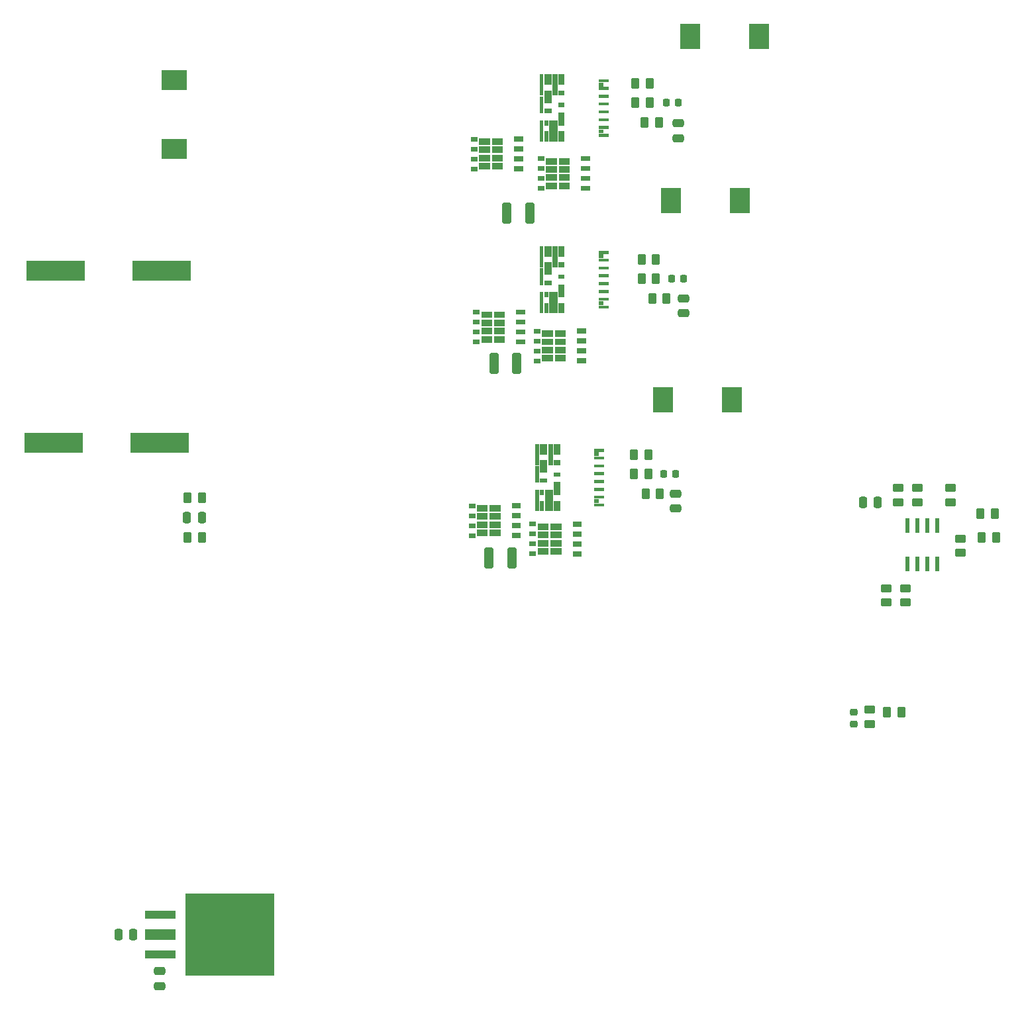
<source format=gbr>
%TF.GenerationSoftware,KiCad,Pcbnew,9.0.0*%
%TF.CreationDate,2025-05-26T21:52:58-04:00*%
%TF.ProjectId,Custom Inverter PCB,43757374-6f6d-4204-996e-766572746572,2*%
%TF.SameCoordinates,Original*%
%TF.FileFunction,Paste,Top*%
%TF.FilePolarity,Positive*%
%FSLAX46Y46*%
G04 Gerber Fmt 4.6, Leading zero omitted, Abs format (unit mm)*
G04 Created by KiCad (PCBNEW 9.0.0) date 2025-05-26 21:52:58*
%MOMM*%
%LPD*%
G01*
G04 APERTURE LIST*
G04 Aperture macros list*
%AMRoundRect*
0 Rectangle with rounded corners*
0 $1 Rounding radius*
0 $2 $3 $4 $5 $6 $7 $8 $9 X,Y pos of 4 corners*
0 Add a 4 corners polygon primitive as box body*
4,1,4,$2,$3,$4,$5,$6,$7,$8,$9,$2,$3,0*
0 Add four circle primitives for the rounded corners*
1,1,$1+$1,$2,$3*
1,1,$1+$1,$4,$5*
1,1,$1+$1,$6,$7*
1,1,$1+$1,$8,$9*
0 Add four rect primitives between the rounded corners*
20,1,$1+$1,$2,$3,$4,$5,0*
20,1,$1+$1,$4,$5,$6,$7,0*
20,1,$1+$1,$6,$7,$8,$9,0*
20,1,$1+$1,$8,$9,$2,$3,0*%
G04 Aperture macros list end*
%ADD10C,0.010000*%
%ADD11RoundRect,0.250000X0.262500X0.450000X-0.262500X0.450000X-0.262500X-0.450000X0.262500X-0.450000X0*%
%ADD12R,2.514600X3.225800*%
%ADD13RoundRect,0.250000X0.250000X0.475000X-0.250000X0.475000X-0.250000X-0.475000X0.250000X-0.475000X0*%
%ADD14RoundRect,0.250000X-0.475000X0.250000X-0.475000X-0.250000X0.475000X-0.250000X0.475000X0.250000X0*%
%ADD15RoundRect,0.225000X-0.250000X0.225000X-0.250000X-0.225000X0.250000X-0.225000X0.250000X0.225000X0*%
%ADD16R,3.911600X0.990600*%
%ADD17R,3.911600X1.346200*%
%ADD18R,11.455400X10.464800*%
%ADD19RoundRect,0.250000X-0.450000X0.262500X-0.450000X-0.262500X0.450000X-0.262500X0.450000X0.262500X0*%
%ADD20R,7.500000X2.500000*%
%ADD21RoundRect,0.250000X0.450000X-0.262500X0.450000X0.262500X-0.450000X0.262500X-0.450000X-0.262500X0*%
%ADD22RoundRect,0.225000X0.225000X0.250000X-0.225000X0.250000X-0.225000X-0.250000X0.225000X-0.250000X0*%
%ADD23RoundRect,0.250000X-0.325000X-1.100000X0.325000X-1.100000X0.325000X1.100000X-0.325000X1.100000X0*%
%ADD24R,3.225800X2.514600*%
%ADD25RoundRect,0.250000X-0.262500X-0.450000X0.262500X-0.450000X0.262500X0.450000X-0.262500X0.450000X0*%
%ADD26R,0.558800X1.981200*%
G04 APERTURE END LIST*
D10*
%TO.C,Q4*%
X121273000Y-61707000D02*
X120507000Y-61707000D01*
X120507000Y-61199000D01*
X121273000Y-61199000D01*
X121273000Y-61707000D01*
G36*
X121273000Y-61707000D02*
G01*
X120507000Y-61707000D01*
X120507000Y-61199000D01*
X121273000Y-61199000D01*
X121273000Y-61707000D01*
G37*
X121273000Y-62977000D02*
X120507000Y-62977000D01*
X120507000Y-62469000D01*
X121273000Y-62469000D01*
X121273000Y-62977000D01*
G36*
X121273000Y-62977000D02*
G01*
X120507000Y-62977000D01*
X120507000Y-62469000D01*
X121273000Y-62469000D01*
X121273000Y-62977000D01*
G37*
X121273000Y-64247000D02*
X120507000Y-64247000D01*
X120507000Y-63739000D01*
X121273000Y-63739000D01*
X121273000Y-64247000D01*
G36*
X121273000Y-64247000D02*
G01*
X120507000Y-64247000D01*
X120507000Y-63739000D01*
X121273000Y-63739000D01*
X121273000Y-64247000D01*
G37*
X121273000Y-65517000D02*
X120507000Y-65517000D01*
X120507000Y-65009000D01*
X121273000Y-65009000D01*
X121273000Y-65517000D01*
G36*
X121273000Y-65517000D02*
G01*
X120507000Y-65517000D01*
X120507000Y-65009000D01*
X121273000Y-65009000D01*
X121273000Y-65517000D01*
G37*
X122853000Y-62162000D02*
X121559000Y-62162000D01*
X121559000Y-61416000D01*
X122853000Y-61416000D01*
X122853000Y-62162000D01*
G36*
X122853000Y-62162000D02*
G01*
X121559000Y-62162000D01*
X121559000Y-61416000D01*
X122853000Y-61416000D01*
X122853000Y-62162000D01*
G37*
X122853000Y-63208000D02*
X121559000Y-63208000D01*
X121559000Y-62462000D01*
X122853000Y-62462000D01*
X122853000Y-63208000D01*
G36*
X122853000Y-63208000D02*
G01*
X121559000Y-63208000D01*
X121559000Y-62462000D01*
X122853000Y-62462000D01*
X122853000Y-63208000D01*
G37*
X122853000Y-64254000D02*
X121559000Y-64254000D01*
X121559000Y-63508000D01*
X122853000Y-63508000D01*
X122853000Y-64254000D01*
G36*
X122853000Y-64254000D02*
G01*
X121559000Y-64254000D01*
X121559000Y-63508000D01*
X122853000Y-63508000D01*
X122853000Y-64254000D01*
G37*
X122853000Y-65300000D02*
X121559000Y-65300000D01*
X121559000Y-64554000D01*
X122853000Y-64554000D01*
X122853000Y-65300000D01*
G36*
X122853000Y-65300000D02*
G01*
X121559000Y-65300000D01*
X121559000Y-64554000D01*
X122853000Y-64554000D01*
X122853000Y-65300000D01*
G37*
X124497000Y-62162000D02*
X123203000Y-62162000D01*
X123203000Y-61416000D01*
X124497000Y-61416000D01*
X124497000Y-62162000D01*
G36*
X124497000Y-62162000D02*
G01*
X123203000Y-62162000D01*
X123203000Y-61416000D01*
X124497000Y-61416000D01*
X124497000Y-62162000D01*
G37*
X124497000Y-63208000D02*
X123203000Y-63208000D01*
X123203000Y-62462000D01*
X124497000Y-62462000D01*
X124497000Y-63208000D01*
G36*
X124497000Y-63208000D02*
G01*
X123203000Y-63208000D01*
X123203000Y-62462000D01*
X124497000Y-62462000D01*
X124497000Y-63208000D01*
G37*
X124497000Y-64254000D02*
X123203000Y-64254000D01*
X123203000Y-63508000D01*
X124497000Y-63508000D01*
X124497000Y-64254000D01*
G36*
X124497000Y-64254000D02*
G01*
X123203000Y-64254000D01*
X123203000Y-63508000D01*
X124497000Y-63508000D01*
X124497000Y-64254000D01*
G37*
X124497000Y-65300000D02*
X123203000Y-65300000D01*
X123203000Y-64554000D01*
X124497000Y-64554000D01*
X124497000Y-65300000D01*
G36*
X124497000Y-65300000D02*
G01*
X123203000Y-65300000D01*
X123203000Y-64554000D01*
X124497000Y-64554000D01*
X124497000Y-65300000D01*
G37*
X127093000Y-61734000D02*
X126021000Y-61734000D01*
X126021000Y-61172000D01*
X127093000Y-61172000D01*
X127093000Y-61734000D01*
G36*
X127093000Y-61734000D02*
G01*
X126021000Y-61734000D01*
X126021000Y-61172000D01*
X127093000Y-61172000D01*
X127093000Y-61734000D01*
G37*
X127093000Y-63004000D02*
X126021000Y-63004000D01*
X126021000Y-62442000D01*
X127093000Y-62442000D01*
X127093000Y-63004000D01*
G36*
X127093000Y-63004000D02*
G01*
X126021000Y-63004000D01*
X126021000Y-62442000D01*
X127093000Y-62442000D01*
X127093000Y-63004000D01*
G37*
X127093000Y-64274000D02*
X126021000Y-64274000D01*
X126021000Y-63712000D01*
X127093000Y-63712000D01*
X127093000Y-64274000D01*
G36*
X127093000Y-64274000D02*
G01*
X126021000Y-64274000D01*
X126021000Y-63712000D01*
X127093000Y-63712000D01*
X127093000Y-64274000D01*
G37*
X127093000Y-65544000D02*
X126021000Y-65544000D01*
X126021000Y-64982000D01*
X127093000Y-64982000D01*
X127093000Y-65544000D01*
G36*
X127093000Y-65544000D02*
G01*
X126021000Y-65544000D01*
X126021000Y-64982000D01*
X127093000Y-64982000D01*
X127093000Y-65544000D01*
G37*
%TO.C,Q6*%
X121773000Y-39657000D02*
X121007000Y-39657000D01*
X121007000Y-39149000D01*
X121773000Y-39149000D01*
X121773000Y-39657000D01*
G36*
X121773000Y-39657000D02*
G01*
X121007000Y-39657000D01*
X121007000Y-39149000D01*
X121773000Y-39149000D01*
X121773000Y-39657000D01*
G37*
X121773000Y-40927000D02*
X121007000Y-40927000D01*
X121007000Y-40419000D01*
X121773000Y-40419000D01*
X121773000Y-40927000D01*
G36*
X121773000Y-40927000D02*
G01*
X121007000Y-40927000D01*
X121007000Y-40419000D01*
X121773000Y-40419000D01*
X121773000Y-40927000D01*
G37*
X121773000Y-42197000D02*
X121007000Y-42197000D01*
X121007000Y-41689000D01*
X121773000Y-41689000D01*
X121773000Y-42197000D01*
G36*
X121773000Y-42197000D02*
G01*
X121007000Y-42197000D01*
X121007000Y-41689000D01*
X121773000Y-41689000D01*
X121773000Y-42197000D01*
G37*
X121773000Y-43467000D02*
X121007000Y-43467000D01*
X121007000Y-42959000D01*
X121773000Y-42959000D01*
X121773000Y-43467000D01*
G36*
X121773000Y-43467000D02*
G01*
X121007000Y-43467000D01*
X121007000Y-42959000D01*
X121773000Y-42959000D01*
X121773000Y-43467000D01*
G37*
X123353000Y-40112000D02*
X122059000Y-40112000D01*
X122059000Y-39366000D01*
X123353000Y-39366000D01*
X123353000Y-40112000D01*
G36*
X123353000Y-40112000D02*
G01*
X122059000Y-40112000D01*
X122059000Y-39366000D01*
X123353000Y-39366000D01*
X123353000Y-40112000D01*
G37*
X123353000Y-41158000D02*
X122059000Y-41158000D01*
X122059000Y-40412000D01*
X123353000Y-40412000D01*
X123353000Y-41158000D01*
G36*
X123353000Y-41158000D02*
G01*
X122059000Y-41158000D01*
X122059000Y-40412000D01*
X123353000Y-40412000D01*
X123353000Y-41158000D01*
G37*
X123353000Y-42204000D02*
X122059000Y-42204000D01*
X122059000Y-41458000D01*
X123353000Y-41458000D01*
X123353000Y-42204000D01*
G36*
X123353000Y-42204000D02*
G01*
X122059000Y-42204000D01*
X122059000Y-41458000D01*
X123353000Y-41458000D01*
X123353000Y-42204000D01*
G37*
X123353000Y-43250000D02*
X122059000Y-43250000D01*
X122059000Y-42504000D01*
X123353000Y-42504000D01*
X123353000Y-43250000D01*
G36*
X123353000Y-43250000D02*
G01*
X122059000Y-43250000D01*
X122059000Y-42504000D01*
X123353000Y-42504000D01*
X123353000Y-43250000D01*
G37*
X124997000Y-40112000D02*
X123703000Y-40112000D01*
X123703000Y-39366000D01*
X124997000Y-39366000D01*
X124997000Y-40112000D01*
G36*
X124997000Y-40112000D02*
G01*
X123703000Y-40112000D01*
X123703000Y-39366000D01*
X124997000Y-39366000D01*
X124997000Y-40112000D01*
G37*
X124997000Y-41158000D02*
X123703000Y-41158000D01*
X123703000Y-40412000D01*
X124997000Y-40412000D01*
X124997000Y-41158000D01*
G36*
X124997000Y-41158000D02*
G01*
X123703000Y-41158000D01*
X123703000Y-40412000D01*
X124997000Y-40412000D01*
X124997000Y-41158000D01*
G37*
X124997000Y-42204000D02*
X123703000Y-42204000D01*
X123703000Y-41458000D01*
X124997000Y-41458000D01*
X124997000Y-42204000D01*
G36*
X124997000Y-42204000D02*
G01*
X123703000Y-42204000D01*
X123703000Y-41458000D01*
X124997000Y-41458000D01*
X124997000Y-42204000D01*
G37*
X124997000Y-43250000D02*
X123703000Y-43250000D01*
X123703000Y-42504000D01*
X124997000Y-42504000D01*
X124997000Y-43250000D01*
G36*
X124997000Y-43250000D02*
G01*
X123703000Y-43250000D01*
X123703000Y-42504000D01*
X124997000Y-42504000D01*
X124997000Y-43250000D01*
G37*
X127593000Y-39684000D02*
X126521000Y-39684000D01*
X126521000Y-39122000D01*
X127593000Y-39122000D01*
X127593000Y-39684000D01*
G36*
X127593000Y-39684000D02*
G01*
X126521000Y-39684000D01*
X126521000Y-39122000D01*
X127593000Y-39122000D01*
X127593000Y-39684000D01*
G37*
X127593000Y-40954000D02*
X126521000Y-40954000D01*
X126521000Y-40392000D01*
X127593000Y-40392000D01*
X127593000Y-40954000D01*
G36*
X127593000Y-40954000D02*
G01*
X126521000Y-40954000D01*
X126521000Y-40392000D01*
X127593000Y-40392000D01*
X127593000Y-40954000D01*
G37*
X127593000Y-42224000D02*
X126521000Y-42224000D01*
X126521000Y-41662000D01*
X127593000Y-41662000D01*
X127593000Y-42224000D01*
G36*
X127593000Y-42224000D02*
G01*
X126521000Y-42224000D01*
X126521000Y-41662000D01*
X127593000Y-41662000D01*
X127593000Y-42224000D01*
G37*
X127593000Y-43494000D02*
X126521000Y-43494000D01*
X126521000Y-42932000D01*
X127593000Y-42932000D01*
X127593000Y-43494000D01*
G36*
X127593000Y-43494000D02*
G01*
X126521000Y-43494000D01*
X126521000Y-42932000D01*
X127593000Y-42932000D01*
X127593000Y-43494000D01*
G37*
%TO.C,Q1*%
X112946600Y-84052600D02*
X112180600Y-84052600D01*
X112180600Y-83544600D01*
X112946600Y-83544600D01*
X112946600Y-84052600D01*
G36*
X112946600Y-84052600D02*
G01*
X112180600Y-84052600D01*
X112180600Y-83544600D01*
X112946600Y-83544600D01*
X112946600Y-84052600D01*
G37*
X112946600Y-85322600D02*
X112180600Y-85322600D01*
X112180600Y-84814600D01*
X112946600Y-84814600D01*
X112946600Y-85322600D01*
G36*
X112946600Y-85322600D02*
G01*
X112180600Y-85322600D01*
X112180600Y-84814600D01*
X112946600Y-84814600D01*
X112946600Y-85322600D01*
G37*
X112946600Y-86592600D02*
X112180600Y-86592600D01*
X112180600Y-86084600D01*
X112946600Y-86084600D01*
X112946600Y-86592600D01*
G36*
X112946600Y-86592600D02*
G01*
X112180600Y-86592600D01*
X112180600Y-86084600D01*
X112946600Y-86084600D01*
X112946600Y-86592600D01*
G37*
X112946600Y-87862600D02*
X112180600Y-87862600D01*
X112180600Y-87354600D01*
X112946600Y-87354600D01*
X112946600Y-87862600D01*
G36*
X112946600Y-87862600D02*
G01*
X112180600Y-87862600D01*
X112180600Y-87354600D01*
X112946600Y-87354600D01*
X112946600Y-87862600D01*
G37*
X114526600Y-84507600D02*
X113232600Y-84507600D01*
X113232600Y-83761600D01*
X114526600Y-83761600D01*
X114526600Y-84507600D01*
G36*
X114526600Y-84507600D02*
G01*
X113232600Y-84507600D01*
X113232600Y-83761600D01*
X114526600Y-83761600D01*
X114526600Y-84507600D01*
G37*
X114526600Y-85553600D02*
X113232600Y-85553600D01*
X113232600Y-84807600D01*
X114526600Y-84807600D01*
X114526600Y-85553600D01*
G36*
X114526600Y-85553600D02*
G01*
X113232600Y-85553600D01*
X113232600Y-84807600D01*
X114526600Y-84807600D01*
X114526600Y-85553600D01*
G37*
X114526600Y-86599600D02*
X113232600Y-86599600D01*
X113232600Y-85853600D01*
X114526600Y-85853600D01*
X114526600Y-86599600D01*
G36*
X114526600Y-86599600D02*
G01*
X113232600Y-86599600D01*
X113232600Y-85853600D01*
X114526600Y-85853600D01*
X114526600Y-86599600D01*
G37*
X114526600Y-87645600D02*
X113232600Y-87645600D01*
X113232600Y-86899600D01*
X114526600Y-86899600D01*
X114526600Y-87645600D01*
G36*
X114526600Y-87645600D02*
G01*
X113232600Y-87645600D01*
X113232600Y-86899600D01*
X114526600Y-86899600D01*
X114526600Y-87645600D01*
G37*
X116170600Y-84507600D02*
X114876600Y-84507600D01*
X114876600Y-83761600D01*
X116170600Y-83761600D01*
X116170600Y-84507600D01*
G36*
X116170600Y-84507600D02*
G01*
X114876600Y-84507600D01*
X114876600Y-83761600D01*
X116170600Y-83761600D01*
X116170600Y-84507600D01*
G37*
X116170600Y-85553600D02*
X114876600Y-85553600D01*
X114876600Y-84807600D01*
X116170600Y-84807600D01*
X116170600Y-85553600D01*
G36*
X116170600Y-85553600D02*
G01*
X114876600Y-85553600D01*
X114876600Y-84807600D01*
X116170600Y-84807600D01*
X116170600Y-85553600D01*
G37*
X116170600Y-86599600D02*
X114876600Y-86599600D01*
X114876600Y-85853600D01*
X116170600Y-85853600D01*
X116170600Y-86599600D01*
G36*
X116170600Y-86599600D02*
G01*
X114876600Y-86599600D01*
X114876600Y-85853600D01*
X116170600Y-85853600D01*
X116170600Y-86599600D01*
G37*
X116170600Y-87645600D02*
X114876600Y-87645600D01*
X114876600Y-86899600D01*
X116170600Y-86899600D01*
X116170600Y-87645600D01*
G36*
X116170600Y-87645600D02*
G01*
X114876600Y-87645600D01*
X114876600Y-86899600D01*
X116170600Y-86899600D01*
X116170600Y-87645600D01*
G37*
X118766600Y-84079600D02*
X117694600Y-84079600D01*
X117694600Y-83517600D01*
X118766600Y-83517600D01*
X118766600Y-84079600D01*
G36*
X118766600Y-84079600D02*
G01*
X117694600Y-84079600D01*
X117694600Y-83517600D01*
X118766600Y-83517600D01*
X118766600Y-84079600D01*
G37*
X118766600Y-85349600D02*
X117694600Y-85349600D01*
X117694600Y-84787600D01*
X118766600Y-84787600D01*
X118766600Y-85349600D01*
G36*
X118766600Y-85349600D02*
G01*
X117694600Y-85349600D01*
X117694600Y-84787600D01*
X118766600Y-84787600D01*
X118766600Y-85349600D01*
G37*
X118766600Y-86619600D02*
X117694600Y-86619600D01*
X117694600Y-86057600D01*
X118766600Y-86057600D01*
X118766600Y-86619600D01*
G36*
X118766600Y-86619600D02*
G01*
X117694600Y-86619600D01*
X117694600Y-86057600D01*
X118766600Y-86057600D01*
X118766600Y-86619600D01*
G37*
X118766600Y-87889600D02*
X117694600Y-87889600D01*
X117694600Y-87327600D01*
X118766600Y-87327600D01*
X118766600Y-87889600D01*
G36*
X118766600Y-87889600D02*
G01*
X117694600Y-87889600D01*
X117694600Y-87327600D01*
X118766600Y-87327600D01*
X118766600Y-87889600D01*
G37*
%TO.C,Q2*%
X120716600Y-86417600D02*
X119950600Y-86417600D01*
X119950600Y-85909600D01*
X120716600Y-85909600D01*
X120716600Y-86417600D01*
G36*
X120716600Y-86417600D02*
G01*
X119950600Y-86417600D01*
X119950600Y-85909600D01*
X120716600Y-85909600D01*
X120716600Y-86417600D01*
G37*
X120716600Y-87687600D02*
X119950600Y-87687600D01*
X119950600Y-87179600D01*
X120716600Y-87179600D01*
X120716600Y-87687600D01*
G36*
X120716600Y-87687600D02*
G01*
X119950600Y-87687600D01*
X119950600Y-87179600D01*
X120716600Y-87179600D01*
X120716600Y-87687600D01*
G37*
X120716600Y-88957600D02*
X119950600Y-88957600D01*
X119950600Y-88449600D01*
X120716600Y-88449600D01*
X120716600Y-88957600D01*
G36*
X120716600Y-88957600D02*
G01*
X119950600Y-88957600D01*
X119950600Y-88449600D01*
X120716600Y-88449600D01*
X120716600Y-88957600D01*
G37*
X120716600Y-90227600D02*
X119950600Y-90227600D01*
X119950600Y-89719600D01*
X120716600Y-89719600D01*
X120716600Y-90227600D01*
G36*
X120716600Y-90227600D02*
G01*
X119950600Y-90227600D01*
X119950600Y-89719600D01*
X120716600Y-89719600D01*
X120716600Y-90227600D01*
G37*
X122296600Y-86872600D02*
X121002600Y-86872600D01*
X121002600Y-86126600D01*
X122296600Y-86126600D01*
X122296600Y-86872600D01*
G36*
X122296600Y-86872600D02*
G01*
X121002600Y-86872600D01*
X121002600Y-86126600D01*
X122296600Y-86126600D01*
X122296600Y-86872600D01*
G37*
X122296600Y-87918600D02*
X121002600Y-87918600D01*
X121002600Y-87172600D01*
X122296600Y-87172600D01*
X122296600Y-87918600D01*
G36*
X122296600Y-87918600D02*
G01*
X121002600Y-87918600D01*
X121002600Y-87172600D01*
X122296600Y-87172600D01*
X122296600Y-87918600D01*
G37*
X122296600Y-88964600D02*
X121002600Y-88964600D01*
X121002600Y-88218600D01*
X122296600Y-88218600D01*
X122296600Y-88964600D01*
G36*
X122296600Y-88964600D02*
G01*
X121002600Y-88964600D01*
X121002600Y-88218600D01*
X122296600Y-88218600D01*
X122296600Y-88964600D01*
G37*
X122296600Y-90010600D02*
X121002600Y-90010600D01*
X121002600Y-89264600D01*
X122296600Y-89264600D01*
X122296600Y-90010600D01*
G36*
X122296600Y-90010600D02*
G01*
X121002600Y-90010600D01*
X121002600Y-89264600D01*
X122296600Y-89264600D01*
X122296600Y-90010600D01*
G37*
X123940600Y-86872600D02*
X122646600Y-86872600D01*
X122646600Y-86126600D01*
X123940600Y-86126600D01*
X123940600Y-86872600D01*
G36*
X123940600Y-86872600D02*
G01*
X122646600Y-86872600D01*
X122646600Y-86126600D01*
X123940600Y-86126600D01*
X123940600Y-86872600D01*
G37*
X123940600Y-87918600D02*
X122646600Y-87918600D01*
X122646600Y-87172600D01*
X123940600Y-87172600D01*
X123940600Y-87918600D01*
G36*
X123940600Y-87918600D02*
G01*
X122646600Y-87918600D01*
X122646600Y-87172600D01*
X123940600Y-87172600D01*
X123940600Y-87918600D01*
G37*
X123940600Y-88964600D02*
X122646600Y-88964600D01*
X122646600Y-88218600D01*
X123940600Y-88218600D01*
X123940600Y-88964600D01*
G36*
X123940600Y-88964600D02*
G01*
X122646600Y-88964600D01*
X122646600Y-88218600D01*
X123940600Y-88218600D01*
X123940600Y-88964600D01*
G37*
X123940600Y-90010600D02*
X122646600Y-90010600D01*
X122646600Y-89264600D01*
X123940600Y-89264600D01*
X123940600Y-90010600D01*
G36*
X123940600Y-90010600D02*
G01*
X122646600Y-90010600D01*
X122646600Y-89264600D01*
X123940600Y-89264600D01*
X123940600Y-90010600D01*
G37*
X126536600Y-86444600D02*
X125464600Y-86444600D01*
X125464600Y-85882600D01*
X126536600Y-85882600D01*
X126536600Y-86444600D01*
G36*
X126536600Y-86444600D02*
G01*
X125464600Y-86444600D01*
X125464600Y-85882600D01*
X126536600Y-85882600D01*
X126536600Y-86444600D01*
G37*
X126536600Y-87714600D02*
X125464600Y-87714600D01*
X125464600Y-87152600D01*
X126536600Y-87152600D01*
X126536600Y-87714600D01*
G36*
X126536600Y-87714600D02*
G01*
X125464600Y-87714600D01*
X125464600Y-87152600D01*
X126536600Y-87152600D01*
X126536600Y-87714600D01*
G37*
X126536600Y-88984600D02*
X125464600Y-88984600D01*
X125464600Y-88422600D01*
X126536600Y-88422600D01*
X126536600Y-88984600D01*
G36*
X126536600Y-88984600D02*
G01*
X125464600Y-88984600D01*
X125464600Y-88422600D01*
X126536600Y-88422600D01*
X126536600Y-88984600D01*
G37*
X126536600Y-90254600D02*
X125464600Y-90254600D01*
X125464600Y-89692600D01*
X126536600Y-89692600D01*
X126536600Y-90254600D01*
G36*
X126536600Y-90254600D02*
G01*
X125464600Y-90254600D01*
X125464600Y-89692600D01*
X126536600Y-89692600D01*
X126536600Y-90254600D01*
G37*
%TO.C,U3*%
X121639200Y-53265000D02*
X121239200Y-53265000D01*
X121239200Y-50645000D01*
X121639200Y-50645000D01*
X121639200Y-53265000D01*
G36*
X121639200Y-53265000D02*
G01*
X121239200Y-53265000D01*
X121239200Y-50645000D01*
X121639200Y-50645000D01*
X121639200Y-53265000D01*
G37*
X121639200Y-55520000D02*
X121239200Y-55520000D01*
X121239200Y-53465000D01*
X121639200Y-53465000D01*
X121639200Y-55520000D01*
G36*
X121639200Y-55520000D02*
G01*
X121239200Y-55520000D01*
X121239200Y-53465000D01*
X121639200Y-53465000D01*
X121639200Y-55520000D01*
G37*
X121639200Y-59145000D02*
X121239200Y-59145000D01*
X121239200Y-56525000D01*
X121639200Y-56525000D01*
X121639200Y-59145000D01*
G36*
X121639200Y-59145000D02*
G01*
X121239200Y-59145000D01*
X121239200Y-56525000D01*
X121639200Y-56525000D01*
X121639200Y-59145000D01*
G37*
X122289200Y-57120000D02*
X121839200Y-57120000D01*
X121839200Y-56525000D01*
X122289200Y-56525000D01*
X122289200Y-57120000D01*
G36*
X122289200Y-57120000D02*
G01*
X121839200Y-57120000D01*
X121839200Y-56525000D01*
X122289200Y-56525000D01*
X122289200Y-57120000D01*
G37*
X122289200Y-59145000D02*
X121839200Y-59145000D01*
X121839200Y-57920000D01*
X122289200Y-57920000D01*
X122289200Y-59145000D01*
G36*
X122289200Y-59145000D02*
G01*
X121839200Y-59145000D01*
X121839200Y-57920000D01*
X122289200Y-57920000D01*
X122289200Y-59145000D01*
G37*
X122702200Y-51920000D02*
X121839200Y-51920000D01*
X121839200Y-50645000D01*
X122702200Y-50645000D01*
X122702200Y-51920000D01*
G36*
X122702200Y-51920000D02*
G01*
X121839200Y-51920000D01*
X121839200Y-50645000D01*
X122702200Y-50645000D01*
X122702200Y-51920000D01*
G37*
X122702200Y-54220000D02*
X121839200Y-54220000D01*
X121839200Y-52720000D01*
X122702200Y-52720000D01*
X122702200Y-54220000D01*
G36*
X122702200Y-54220000D02*
G01*
X121839200Y-54220000D01*
X121839200Y-52720000D01*
X122702200Y-52720000D01*
X122702200Y-54220000D01*
G37*
X122702200Y-55520000D02*
X121839200Y-55520000D01*
X121839200Y-55020000D01*
X122702200Y-55020000D01*
X122702200Y-55520000D01*
G36*
X122702200Y-55520000D02*
G01*
X121839200Y-55520000D01*
X121839200Y-55020000D01*
X122702200Y-55020000D01*
X122702200Y-55520000D01*
G37*
X123439200Y-53265000D02*
X122902200Y-53265000D01*
X122902200Y-50645000D01*
X123439200Y-50645000D01*
X123439200Y-53265000D01*
G36*
X123439200Y-53265000D02*
G01*
X122902200Y-53265000D01*
X122902200Y-50645000D01*
X123439200Y-50645000D01*
X123439200Y-53265000D01*
G37*
X123439200Y-59145000D02*
X122489200Y-59145000D01*
X122489200Y-56525000D01*
X123439200Y-56525000D01*
X123439200Y-59145000D01*
G36*
X123439200Y-59145000D02*
G01*
X122489200Y-59145000D01*
X122489200Y-56525000D01*
X123439200Y-56525000D01*
X123439200Y-59145000D01*
G37*
X124339200Y-51920000D02*
X123639200Y-51920000D01*
X123639200Y-50645000D01*
X124339200Y-50645000D01*
X124339200Y-51920000D01*
G36*
X124339200Y-51920000D02*
G01*
X123639200Y-51920000D01*
X123639200Y-50645000D01*
X124339200Y-50645000D01*
X124339200Y-51920000D01*
G37*
X124339200Y-53265000D02*
X123639200Y-53265000D01*
X123639200Y-52720000D01*
X124339200Y-52720000D01*
X124339200Y-53265000D01*
G36*
X124339200Y-53265000D02*
G01*
X123639200Y-53265000D01*
X123639200Y-52720000D01*
X124339200Y-52720000D01*
X124339200Y-53265000D01*
G37*
X124339200Y-54720000D02*
X123639200Y-54720000D01*
X123639200Y-54265000D01*
X124339200Y-54265000D01*
X124339200Y-54720000D01*
G36*
X124339200Y-54720000D02*
G01*
X123639200Y-54720000D01*
X123639200Y-54265000D01*
X124339200Y-54265000D01*
X124339200Y-54720000D01*
G37*
X124339200Y-57120000D02*
X123639200Y-57120000D01*
X123639200Y-55520000D01*
X124339200Y-55520000D01*
X124339200Y-57120000D01*
G36*
X124339200Y-57120000D02*
G01*
X123639200Y-57120000D01*
X123639200Y-55520000D01*
X124339200Y-55520000D01*
X124339200Y-57120000D01*
G37*
X124339200Y-59145000D02*
X123639200Y-59145000D01*
X123639200Y-57920000D01*
X124339200Y-57920000D01*
X124339200Y-59145000D01*
G36*
X124339200Y-59145000D02*
G01*
X123639200Y-59145000D01*
X123639200Y-57920000D01*
X124339200Y-57920000D01*
X124339200Y-59145000D01*
G37*
X129290200Y-52095000D02*
X128790200Y-52095000D01*
X128790200Y-51695000D01*
X129290200Y-51695000D01*
X129290200Y-52095000D01*
G36*
X129290200Y-52095000D02*
G01*
X128790200Y-52095000D01*
X128790200Y-51695000D01*
X129290200Y-51695000D01*
X129290200Y-52095000D01*
G37*
X129290200Y-58095000D02*
X128790200Y-58095000D01*
X128790200Y-57695000D01*
X129290200Y-57695000D01*
X129290200Y-58095000D01*
G36*
X129290200Y-58095000D02*
G01*
X128790200Y-58095000D01*
X128790200Y-57695000D01*
X129290200Y-57695000D01*
X129290200Y-58095000D01*
G37*
X129990200Y-51545000D02*
X128790200Y-51545000D01*
X128790200Y-51245000D01*
X129990200Y-51245000D01*
X129990200Y-51545000D01*
G36*
X129990200Y-51545000D02*
G01*
X128790200Y-51545000D01*
X128790200Y-51245000D01*
X129990200Y-51245000D01*
X129990200Y-51545000D01*
G37*
X129990200Y-52545000D02*
X128790200Y-52545000D01*
X128790200Y-52245000D01*
X129990200Y-52245000D01*
X129990200Y-52545000D01*
G36*
X129990200Y-52545000D02*
G01*
X128790200Y-52545000D01*
X128790200Y-52245000D01*
X129990200Y-52245000D01*
X129990200Y-52545000D01*
G37*
X129990200Y-53545000D02*
X128790200Y-53545000D01*
X128790200Y-53245000D01*
X129990200Y-53245000D01*
X129990200Y-53545000D01*
G36*
X129990200Y-53545000D02*
G01*
X128790200Y-53545000D01*
X128790200Y-53245000D01*
X129990200Y-53245000D01*
X129990200Y-53545000D01*
G37*
X129990200Y-54545000D02*
X128790200Y-54545000D01*
X128790200Y-54245000D01*
X129990200Y-54245000D01*
X129990200Y-54545000D01*
G36*
X129990200Y-54545000D02*
G01*
X128790200Y-54545000D01*
X128790200Y-54245000D01*
X129990200Y-54245000D01*
X129990200Y-54545000D01*
G37*
X129990200Y-55545000D02*
X128790200Y-55545000D01*
X128790200Y-55245000D01*
X129990200Y-55245000D01*
X129990200Y-55545000D01*
G36*
X129990200Y-55545000D02*
G01*
X128790200Y-55545000D01*
X128790200Y-55245000D01*
X129990200Y-55245000D01*
X129990200Y-55545000D01*
G37*
X129990200Y-56545000D02*
X128790200Y-56545000D01*
X128790200Y-56245000D01*
X129990200Y-56245000D01*
X129990200Y-56545000D01*
G36*
X129990200Y-56545000D02*
G01*
X128790200Y-56545000D01*
X128790200Y-56245000D01*
X129990200Y-56245000D01*
X129990200Y-56545000D01*
G37*
X129990200Y-57545000D02*
X128790200Y-57545000D01*
X128790200Y-57245000D01*
X129990200Y-57245000D01*
X129990200Y-57545000D01*
G36*
X129990200Y-57545000D02*
G01*
X128790200Y-57545000D01*
X128790200Y-57245000D01*
X129990200Y-57245000D01*
X129990200Y-57545000D01*
G37*
X129990200Y-58545000D02*
X128790200Y-58545000D01*
X128790200Y-58245000D01*
X129990200Y-58245000D01*
X129990200Y-58545000D01*
G36*
X129990200Y-58545000D02*
G01*
X128790200Y-58545000D01*
X128790200Y-58245000D01*
X129990200Y-58245000D01*
X129990200Y-58545000D01*
G37*
%TO.C,U4*%
X121639200Y-31290400D02*
X121239200Y-31290400D01*
X121239200Y-28670400D01*
X121639200Y-28670400D01*
X121639200Y-31290400D01*
G36*
X121639200Y-31290400D02*
G01*
X121239200Y-31290400D01*
X121239200Y-28670400D01*
X121639200Y-28670400D01*
X121639200Y-31290400D01*
G37*
X121639200Y-33545400D02*
X121239200Y-33545400D01*
X121239200Y-31490400D01*
X121639200Y-31490400D01*
X121639200Y-33545400D01*
G36*
X121639200Y-33545400D02*
G01*
X121239200Y-33545400D01*
X121239200Y-31490400D01*
X121639200Y-31490400D01*
X121639200Y-33545400D01*
G37*
X121639200Y-37170400D02*
X121239200Y-37170400D01*
X121239200Y-34550400D01*
X121639200Y-34550400D01*
X121639200Y-37170400D01*
G36*
X121639200Y-37170400D02*
G01*
X121239200Y-37170400D01*
X121239200Y-34550400D01*
X121639200Y-34550400D01*
X121639200Y-37170400D01*
G37*
X122289200Y-35145400D02*
X121839200Y-35145400D01*
X121839200Y-34550400D01*
X122289200Y-34550400D01*
X122289200Y-35145400D01*
G36*
X122289200Y-35145400D02*
G01*
X121839200Y-35145400D01*
X121839200Y-34550400D01*
X122289200Y-34550400D01*
X122289200Y-35145400D01*
G37*
X122289200Y-37170400D02*
X121839200Y-37170400D01*
X121839200Y-35945400D01*
X122289200Y-35945400D01*
X122289200Y-37170400D01*
G36*
X122289200Y-37170400D02*
G01*
X121839200Y-37170400D01*
X121839200Y-35945400D01*
X122289200Y-35945400D01*
X122289200Y-37170400D01*
G37*
X122702200Y-29945400D02*
X121839200Y-29945400D01*
X121839200Y-28670400D01*
X122702200Y-28670400D01*
X122702200Y-29945400D01*
G36*
X122702200Y-29945400D02*
G01*
X121839200Y-29945400D01*
X121839200Y-28670400D01*
X122702200Y-28670400D01*
X122702200Y-29945400D01*
G37*
X122702200Y-32245400D02*
X121839200Y-32245400D01*
X121839200Y-30745400D01*
X122702200Y-30745400D01*
X122702200Y-32245400D01*
G36*
X122702200Y-32245400D02*
G01*
X121839200Y-32245400D01*
X121839200Y-30745400D01*
X122702200Y-30745400D01*
X122702200Y-32245400D01*
G37*
X122702200Y-33545400D02*
X121839200Y-33545400D01*
X121839200Y-33045400D01*
X122702200Y-33045400D01*
X122702200Y-33545400D01*
G36*
X122702200Y-33545400D02*
G01*
X121839200Y-33545400D01*
X121839200Y-33045400D01*
X122702200Y-33045400D01*
X122702200Y-33545400D01*
G37*
X123439200Y-31290400D02*
X122902200Y-31290400D01*
X122902200Y-28670400D01*
X123439200Y-28670400D01*
X123439200Y-31290400D01*
G36*
X123439200Y-31290400D02*
G01*
X122902200Y-31290400D01*
X122902200Y-28670400D01*
X123439200Y-28670400D01*
X123439200Y-31290400D01*
G37*
X123439200Y-37170400D02*
X122489200Y-37170400D01*
X122489200Y-34550400D01*
X123439200Y-34550400D01*
X123439200Y-37170400D01*
G36*
X123439200Y-37170400D02*
G01*
X122489200Y-37170400D01*
X122489200Y-34550400D01*
X123439200Y-34550400D01*
X123439200Y-37170400D01*
G37*
X124339200Y-29945400D02*
X123639200Y-29945400D01*
X123639200Y-28670400D01*
X124339200Y-28670400D01*
X124339200Y-29945400D01*
G36*
X124339200Y-29945400D02*
G01*
X123639200Y-29945400D01*
X123639200Y-28670400D01*
X124339200Y-28670400D01*
X124339200Y-29945400D01*
G37*
X124339200Y-31290400D02*
X123639200Y-31290400D01*
X123639200Y-30745400D01*
X124339200Y-30745400D01*
X124339200Y-31290400D01*
G36*
X124339200Y-31290400D02*
G01*
X123639200Y-31290400D01*
X123639200Y-30745400D01*
X124339200Y-30745400D01*
X124339200Y-31290400D01*
G37*
X124339200Y-32745400D02*
X123639200Y-32745400D01*
X123639200Y-32290400D01*
X124339200Y-32290400D01*
X124339200Y-32745400D01*
G36*
X124339200Y-32745400D02*
G01*
X123639200Y-32745400D01*
X123639200Y-32290400D01*
X124339200Y-32290400D01*
X124339200Y-32745400D01*
G37*
X124339200Y-35145400D02*
X123639200Y-35145400D01*
X123639200Y-33545400D01*
X124339200Y-33545400D01*
X124339200Y-35145400D01*
G36*
X124339200Y-35145400D02*
G01*
X123639200Y-35145400D01*
X123639200Y-33545400D01*
X124339200Y-33545400D01*
X124339200Y-35145400D01*
G37*
X124339200Y-37170400D02*
X123639200Y-37170400D01*
X123639200Y-35945400D01*
X124339200Y-35945400D01*
X124339200Y-37170400D01*
G36*
X124339200Y-37170400D02*
G01*
X123639200Y-37170400D01*
X123639200Y-35945400D01*
X124339200Y-35945400D01*
X124339200Y-37170400D01*
G37*
X129290200Y-30120400D02*
X128790200Y-30120400D01*
X128790200Y-29720400D01*
X129290200Y-29720400D01*
X129290200Y-30120400D01*
G36*
X129290200Y-30120400D02*
G01*
X128790200Y-30120400D01*
X128790200Y-29720400D01*
X129290200Y-29720400D01*
X129290200Y-30120400D01*
G37*
X129290200Y-36120400D02*
X128790200Y-36120400D01*
X128790200Y-35720400D01*
X129290200Y-35720400D01*
X129290200Y-36120400D01*
G36*
X129290200Y-36120400D02*
G01*
X128790200Y-36120400D01*
X128790200Y-35720400D01*
X129290200Y-35720400D01*
X129290200Y-36120400D01*
G37*
X129990200Y-29570400D02*
X128790200Y-29570400D01*
X128790200Y-29270400D01*
X129990200Y-29270400D01*
X129990200Y-29570400D01*
G36*
X129990200Y-29570400D02*
G01*
X128790200Y-29570400D01*
X128790200Y-29270400D01*
X129990200Y-29270400D01*
X129990200Y-29570400D01*
G37*
X129990200Y-30570400D02*
X128790200Y-30570400D01*
X128790200Y-30270400D01*
X129990200Y-30270400D01*
X129990200Y-30570400D01*
G36*
X129990200Y-30570400D02*
G01*
X128790200Y-30570400D01*
X128790200Y-30270400D01*
X129990200Y-30270400D01*
X129990200Y-30570400D01*
G37*
X129990200Y-31570400D02*
X128790200Y-31570400D01*
X128790200Y-31270400D01*
X129990200Y-31270400D01*
X129990200Y-31570400D01*
G36*
X129990200Y-31570400D02*
G01*
X128790200Y-31570400D01*
X128790200Y-31270400D01*
X129990200Y-31270400D01*
X129990200Y-31570400D01*
G37*
X129990200Y-32570400D02*
X128790200Y-32570400D01*
X128790200Y-32270400D01*
X129990200Y-32270400D01*
X129990200Y-32570400D01*
G36*
X129990200Y-32570400D02*
G01*
X128790200Y-32570400D01*
X128790200Y-32270400D01*
X129990200Y-32270400D01*
X129990200Y-32570400D01*
G37*
X129990200Y-33570400D02*
X128790200Y-33570400D01*
X128790200Y-33270400D01*
X129990200Y-33270400D01*
X129990200Y-33570400D01*
G36*
X129990200Y-33570400D02*
G01*
X128790200Y-33570400D01*
X128790200Y-33270400D01*
X129990200Y-33270400D01*
X129990200Y-33570400D01*
G37*
X129990200Y-34570400D02*
X128790200Y-34570400D01*
X128790200Y-34270400D01*
X129990200Y-34270400D01*
X129990200Y-34570400D01*
G36*
X129990200Y-34570400D02*
G01*
X128790200Y-34570400D01*
X128790200Y-34270400D01*
X129990200Y-34270400D01*
X129990200Y-34570400D01*
G37*
X129990200Y-35570400D02*
X128790200Y-35570400D01*
X128790200Y-35270400D01*
X129990200Y-35270400D01*
X129990200Y-35570400D01*
G36*
X129990200Y-35570400D02*
G01*
X128790200Y-35570400D01*
X128790200Y-35270400D01*
X129990200Y-35270400D01*
X129990200Y-35570400D01*
G37*
X129990200Y-36570400D02*
X128790200Y-36570400D01*
X128790200Y-36270400D01*
X129990200Y-36270400D01*
X129990200Y-36570400D01*
G36*
X129990200Y-36570400D02*
G01*
X128790200Y-36570400D01*
X128790200Y-36270400D01*
X129990200Y-36270400D01*
X129990200Y-36570400D01*
G37*
%TO.C,Q5*%
X113233000Y-37147000D02*
X112467000Y-37147000D01*
X112467000Y-36639000D01*
X113233000Y-36639000D01*
X113233000Y-37147000D01*
G36*
X113233000Y-37147000D02*
G01*
X112467000Y-37147000D01*
X112467000Y-36639000D01*
X113233000Y-36639000D01*
X113233000Y-37147000D01*
G37*
X113233000Y-38417000D02*
X112467000Y-38417000D01*
X112467000Y-37909000D01*
X113233000Y-37909000D01*
X113233000Y-38417000D01*
G36*
X113233000Y-38417000D02*
G01*
X112467000Y-38417000D01*
X112467000Y-37909000D01*
X113233000Y-37909000D01*
X113233000Y-38417000D01*
G37*
X113233000Y-39687000D02*
X112467000Y-39687000D01*
X112467000Y-39179000D01*
X113233000Y-39179000D01*
X113233000Y-39687000D01*
G36*
X113233000Y-39687000D02*
G01*
X112467000Y-39687000D01*
X112467000Y-39179000D01*
X113233000Y-39179000D01*
X113233000Y-39687000D01*
G37*
X113233000Y-40957000D02*
X112467000Y-40957000D01*
X112467000Y-40449000D01*
X113233000Y-40449000D01*
X113233000Y-40957000D01*
G36*
X113233000Y-40957000D02*
G01*
X112467000Y-40957000D01*
X112467000Y-40449000D01*
X113233000Y-40449000D01*
X113233000Y-40957000D01*
G37*
X114813000Y-37602000D02*
X113519000Y-37602000D01*
X113519000Y-36856000D01*
X114813000Y-36856000D01*
X114813000Y-37602000D01*
G36*
X114813000Y-37602000D02*
G01*
X113519000Y-37602000D01*
X113519000Y-36856000D01*
X114813000Y-36856000D01*
X114813000Y-37602000D01*
G37*
X114813000Y-38648000D02*
X113519000Y-38648000D01*
X113519000Y-37902000D01*
X114813000Y-37902000D01*
X114813000Y-38648000D01*
G36*
X114813000Y-38648000D02*
G01*
X113519000Y-38648000D01*
X113519000Y-37902000D01*
X114813000Y-37902000D01*
X114813000Y-38648000D01*
G37*
X114813000Y-39694000D02*
X113519000Y-39694000D01*
X113519000Y-38948000D01*
X114813000Y-38948000D01*
X114813000Y-39694000D01*
G36*
X114813000Y-39694000D02*
G01*
X113519000Y-39694000D01*
X113519000Y-38948000D01*
X114813000Y-38948000D01*
X114813000Y-39694000D01*
G37*
X114813000Y-40740000D02*
X113519000Y-40740000D01*
X113519000Y-39994000D01*
X114813000Y-39994000D01*
X114813000Y-40740000D01*
G36*
X114813000Y-40740000D02*
G01*
X113519000Y-40740000D01*
X113519000Y-39994000D01*
X114813000Y-39994000D01*
X114813000Y-40740000D01*
G37*
X116457000Y-37602000D02*
X115163000Y-37602000D01*
X115163000Y-36856000D01*
X116457000Y-36856000D01*
X116457000Y-37602000D01*
G36*
X116457000Y-37602000D02*
G01*
X115163000Y-37602000D01*
X115163000Y-36856000D01*
X116457000Y-36856000D01*
X116457000Y-37602000D01*
G37*
X116457000Y-38648000D02*
X115163000Y-38648000D01*
X115163000Y-37902000D01*
X116457000Y-37902000D01*
X116457000Y-38648000D01*
G36*
X116457000Y-38648000D02*
G01*
X115163000Y-38648000D01*
X115163000Y-37902000D01*
X116457000Y-37902000D01*
X116457000Y-38648000D01*
G37*
X116457000Y-39694000D02*
X115163000Y-39694000D01*
X115163000Y-38948000D01*
X116457000Y-38948000D01*
X116457000Y-39694000D01*
G36*
X116457000Y-39694000D02*
G01*
X115163000Y-39694000D01*
X115163000Y-38948000D01*
X116457000Y-38948000D01*
X116457000Y-39694000D01*
G37*
X116457000Y-40740000D02*
X115163000Y-40740000D01*
X115163000Y-39994000D01*
X116457000Y-39994000D01*
X116457000Y-40740000D01*
G36*
X116457000Y-40740000D02*
G01*
X115163000Y-40740000D01*
X115163000Y-39994000D01*
X116457000Y-39994000D01*
X116457000Y-40740000D01*
G37*
X119053000Y-37174000D02*
X117981000Y-37174000D01*
X117981000Y-36612000D01*
X119053000Y-36612000D01*
X119053000Y-37174000D01*
G36*
X119053000Y-37174000D02*
G01*
X117981000Y-37174000D01*
X117981000Y-36612000D01*
X119053000Y-36612000D01*
X119053000Y-37174000D01*
G37*
X119053000Y-38444000D02*
X117981000Y-38444000D01*
X117981000Y-37882000D01*
X119053000Y-37882000D01*
X119053000Y-38444000D01*
G36*
X119053000Y-38444000D02*
G01*
X117981000Y-38444000D01*
X117981000Y-37882000D01*
X119053000Y-37882000D01*
X119053000Y-38444000D01*
G37*
X119053000Y-39714000D02*
X117981000Y-39714000D01*
X117981000Y-39152000D01*
X119053000Y-39152000D01*
X119053000Y-39714000D01*
G36*
X119053000Y-39714000D02*
G01*
X117981000Y-39714000D01*
X117981000Y-39152000D01*
X119053000Y-39152000D01*
X119053000Y-39714000D01*
G37*
X119053000Y-40984000D02*
X117981000Y-40984000D01*
X117981000Y-40422000D01*
X119053000Y-40422000D01*
X119053000Y-40984000D01*
G36*
X119053000Y-40984000D02*
G01*
X117981000Y-40984000D01*
X117981000Y-40422000D01*
X119053000Y-40422000D01*
X119053000Y-40984000D01*
G37*
%TO.C,Q3*%
X113503000Y-59292000D02*
X112737000Y-59292000D01*
X112737000Y-58784000D01*
X113503000Y-58784000D01*
X113503000Y-59292000D01*
G36*
X113503000Y-59292000D02*
G01*
X112737000Y-59292000D01*
X112737000Y-58784000D01*
X113503000Y-58784000D01*
X113503000Y-59292000D01*
G37*
X113503000Y-60562000D02*
X112737000Y-60562000D01*
X112737000Y-60054000D01*
X113503000Y-60054000D01*
X113503000Y-60562000D01*
G36*
X113503000Y-60562000D02*
G01*
X112737000Y-60562000D01*
X112737000Y-60054000D01*
X113503000Y-60054000D01*
X113503000Y-60562000D01*
G37*
X113503000Y-61832000D02*
X112737000Y-61832000D01*
X112737000Y-61324000D01*
X113503000Y-61324000D01*
X113503000Y-61832000D01*
G36*
X113503000Y-61832000D02*
G01*
X112737000Y-61832000D01*
X112737000Y-61324000D01*
X113503000Y-61324000D01*
X113503000Y-61832000D01*
G37*
X113503000Y-63102000D02*
X112737000Y-63102000D01*
X112737000Y-62594000D01*
X113503000Y-62594000D01*
X113503000Y-63102000D01*
G36*
X113503000Y-63102000D02*
G01*
X112737000Y-63102000D01*
X112737000Y-62594000D01*
X113503000Y-62594000D01*
X113503000Y-63102000D01*
G37*
X115083000Y-59747000D02*
X113789000Y-59747000D01*
X113789000Y-59001000D01*
X115083000Y-59001000D01*
X115083000Y-59747000D01*
G36*
X115083000Y-59747000D02*
G01*
X113789000Y-59747000D01*
X113789000Y-59001000D01*
X115083000Y-59001000D01*
X115083000Y-59747000D01*
G37*
X115083000Y-60793000D02*
X113789000Y-60793000D01*
X113789000Y-60047000D01*
X115083000Y-60047000D01*
X115083000Y-60793000D01*
G36*
X115083000Y-60793000D02*
G01*
X113789000Y-60793000D01*
X113789000Y-60047000D01*
X115083000Y-60047000D01*
X115083000Y-60793000D01*
G37*
X115083000Y-61839000D02*
X113789000Y-61839000D01*
X113789000Y-61093000D01*
X115083000Y-61093000D01*
X115083000Y-61839000D01*
G36*
X115083000Y-61839000D02*
G01*
X113789000Y-61839000D01*
X113789000Y-61093000D01*
X115083000Y-61093000D01*
X115083000Y-61839000D01*
G37*
X115083000Y-62885000D02*
X113789000Y-62885000D01*
X113789000Y-62139000D01*
X115083000Y-62139000D01*
X115083000Y-62885000D01*
G36*
X115083000Y-62885000D02*
G01*
X113789000Y-62885000D01*
X113789000Y-62139000D01*
X115083000Y-62139000D01*
X115083000Y-62885000D01*
G37*
X116727000Y-59747000D02*
X115433000Y-59747000D01*
X115433000Y-59001000D01*
X116727000Y-59001000D01*
X116727000Y-59747000D01*
G36*
X116727000Y-59747000D02*
G01*
X115433000Y-59747000D01*
X115433000Y-59001000D01*
X116727000Y-59001000D01*
X116727000Y-59747000D01*
G37*
X116727000Y-60793000D02*
X115433000Y-60793000D01*
X115433000Y-60047000D01*
X116727000Y-60047000D01*
X116727000Y-60793000D01*
G36*
X116727000Y-60793000D02*
G01*
X115433000Y-60793000D01*
X115433000Y-60047000D01*
X116727000Y-60047000D01*
X116727000Y-60793000D01*
G37*
X116727000Y-61839000D02*
X115433000Y-61839000D01*
X115433000Y-61093000D01*
X116727000Y-61093000D01*
X116727000Y-61839000D01*
G36*
X116727000Y-61839000D02*
G01*
X115433000Y-61839000D01*
X115433000Y-61093000D01*
X116727000Y-61093000D01*
X116727000Y-61839000D01*
G37*
X116727000Y-62885000D02*
X115433000Y-62885000D01*
X115433000Y-62139000D01*
X116727000Y-62139000D01*
X116727000Y-62885000D01*
G36*
X116727000Y-62885000D02*
G01*
X115433000Y-62885000D01*
X115433000Y-62139000D01*
X116727000Y-62139000D01*
X116727000Y-62885000D01*
G37*
X119323000Y-59319000D02*
X118251000Y-59319000D01*
X118251000Y-58757000D01*
X119323000Y-58757000D01*
X119323000Y-59319000D01*
G36*
X119323000Y-59319000D02*
G01*
X118251000Y-59319000D01*
X118251000Y-58757000D01*
X119323000Y-58757000D01*
X119323000Y-59319000D01*
G37*
X119323000Y-60589000D02*
X118251000Y-60589000D01*
X118251000Y-60027000D01*
X119323000Y-60027000D01*
X119323000Y-60589000D01*
G36*
X119323000Y-60589000D02*
G01*
X118251000Y-60589000D01*
X118251000Y-60027000D01*
X119323000Y-60027000D01*
X119323000Y-60589000D01*
G37*
X119323000Y-61859000D02*
X118251000Y-61859000D01*
X118251000Y-61297000D01*
X119323000Y-61297000D01*
X119323000Y-61859000D01*
G36*
X119323000Y-61859000D02*
G01*
X118251000Y-61859000D01*
X118251000Y-61297000D01*
X119323000Y-61297000D01*
X119323000Y-61859000D01*
G37*
X119323000Y-63129000D02*
X118251000Y-63129000D01*
X118251000Y-62567000D01*
X119323000Y-62567000D01*
X119323000Y-63129000D01*
G36*
X119323000Y-63129000D02*
G01*
X118251000Y-63129000D01*
X118251000Y-62567000D01*
X119323000Y-62567000D01*
X119323000Y-63129000D01*
G37*
%TO.C,U2*%
X121082800Y-78573600D02*
X120682800Y-78573600D01*
X120682800Y-75953600D01*
X121082800Y-75953600D01*
X121082800Y-78573600D01*
G36*
X121082800Y-78573600D02*
G01*
X120682800Y-78573600D01*
X120682800Y-75953600D01*
X121082800Y-75953600D01*
X121082800Y-78573600D01*
G37*
X121082800Y-80828600D02*
X120682800Y-80828600D01*
X120682800Y-78773600D01*
X121082800Y-78773600D01*
X121082800Y-80828600D01*
G36*
X121082800Y-80828600D02*
G01*
X120682800Y-80828600D01*
X120682800Y-78773600D01*
X121082800Y-78773600D01*
X121082800Y-80828600D01*
G37*
X121082800Y-84453600D02*
X120682800Y-84453600D01*
X120682800Y-81833600D01*
X121082800Y-81833600D01*
X121082800Y-84453600D01*
G36*
X121082800Y-84453600D02*
G01*
X120682800Y-84453600D01*
X120682800Y-81833600D01*
X121082800Y-81833600D01*
X121082800Y-84453600D01*
G37*
X121732800Y-82428600D02*
X121282800Y-82428600D01*
X121282800Y-81833600D01*
X121732800Y-81833600D01*
X121732800Y-82428600D01*
G36*
X121732800Y-82428600D02*
G01*
X121282800Y-82428600D01*
X121282800Y-81833600D01*
X121732800Y-81833600D01*
X121732800Y-82428600D01*
G37*
X121732800Y-84453600D02*
X121282800Y-84453600D01*
X121282800Y-83228600D01*
X121732800Y-83228600D01*
X121732800Y-84453600D01*
G36*
X121732800Y-84453600D02*
G01*
X121282800Y-84453600D01*
X121282800Y-83228600D01*
X121732800Y-83228600D01*
X121732800Y-84453600D01*
G37*
X122145800Y-77228600D02*
X121282800Y-77228600D01*
X121282800Y-75953600D01*
X122145800Y-75953600D01*
X122145800Y-77228600D01*
G36*
X122145800Y-77228600D02*
G01*
X121282800Y-77228600D01*
X121282800Y-75953600D01*
X122145800Y-75953600D01*
X122145800Y-77228600D01*
G37*
X122145800Y-79528600D02*
X121282800Y-79528600D01*
X121282800Y-78028600D01*
X122145800Y-78028600D01*
X122145800Y-79528600D01*
G36*
X122145800Y-79528600D02*
G01*
X121282800Y-79528600D01*
X121282800Y-78028600D01*
X122145800Y-78028600D01*
X122145800Y-79528600D01*
G37*
X122145800Y-80828600D02*
X121282800Y-80828600D01*
X121282800Y-80328600D01*
X122145800Y-80328600D01*
X122145800Y-80828600D01*
G36*
X122145800Y-80828600D02*
G01*
X121282800Y-80828600D01*
X121282800Y-80328600D01*
X122145800Y-80328600D01*
X122145800Y-80828600D01*
G37*
X122882800Y-78573600D02*
X122345800Y-78573600D01*
X122345800Y-75953600D01*
X122882800Y-75953600D01*
X122882800Y-78573600D01*
G36*
X122882800Y-78573600D02*
G01*
X122345800Y-78573600D01*
X122345800Y-75953600D01*
X122882800Y-75953600D01*
X122882800Y-78573600D01*
G37*
X122882800Y-84453600D02*
X121932800Y-84453600D01*
X121932800Y-81833600D01*
X122882800Y-81833600D01*
X122882800Y-84453600D01*
G36*
X122882800Y-84453600D02*
G01*
X121932800Y-84453600D01*
X121932800Y-81833600D01*
X122882800Y-81833600D01*
X122882800Y-84453600D01*
G37*
X123782800Y-77228600D02*
X123082800Y-77228600D01*
X123082800Y-75953600D01*
X123782800Y-75953600D01*
X123782800Y-77228600D01*
G36*
X123782800Y-77228600D02*
G01*
X123082800Y-77228600D01*
X123082800Y-75953600D01*
X123782800Y-75953600D01*
X123782800Y-77228600D01*
G37*
X123782800Y-78573600D02*
X123082800Y-78573600D01*
X123082800Y-78028600D01*
X123782800Y-78028600D01*
X123782800Y-78573600D01*
G36*
X123782800Y-78573600D02*
G01*
X123082800Y-78573600D01*
X123082800Y-78028600D01*
X123782800Y-78028600D01*
X123782800Y-78573600D01*
G37*
X123782800Y-80028600D02*
X123082800Y-80028600D01*
X123082800Y-79573600D01*
X123782800Y-79573600D01*
X123782800Y-80028600D01*
G36*
X123782800Y-80028600D02*
G01*
X123082800Y-80028600D01*
X123082800Y-79573600D01*
X123782800Y-79573600D01*
X123782800Y-80028600D01*
G37*
X123782800Y-82428600D02*
X123082800Y-82428600D01*
X123082800Y-80828600D01*
X123782800Y-80828600D01*
X123782800Y-82428600D01*
G36*
X123782800Y-82428600D02*
G01*
X123082800Y-82428600D01*
X123082800Y-80828600D01*
X123782800Y-80828600D01*
X123782800Y-82428600D01*
G37*
X123782800Y-84453600D02*
X123082800Y-84453600D01*
X123082800Y-83228600D01*
X123782800Y-83228600D01*
X123782800Y-84453600D01*
G36*
X123782800Y-84453600D02*
G01*
X123082800Y-84453600D01*
X123082800Y-83228600D01*
X123782800Y-83228600D01*
X123782800Y-84453600D01*
G37*
X128733800Y-77403600D02*
X128233800Y-77403600D01*
X128233800Y-77003600D01*
X128733800Y-77003600D01*
X128733800Y-77403600D01*
G36*
X128733800Y-77403600D02*
G01*
X128233800Y-77403600D01*
X128233800Y-77003600D01*
X128733800Y-77003600D01*
X128733800Y-77403600D01*
G37*
X128733800Y-83403600D02*
X128233800Y-83403600D01*
X128233800Y-83003600D01*
X128733800Y-83003600D01*
X128733800Y-83403600D01*
G36*
X128733800Y-83403600D02*
G01*
X128233800Y-83403600D01*
X128233800Y-83003600D01*
X128733800Y-83003600D01*
X128733800Y-83403600D01*
G37*
X129433800Y-76853600D02*
X128233800Y-76853600D01*
X128233800Y-76553600D01*
X129433800Y-76553600D01*
X129433800Y-76853600D01*
G36*
X129433800Y-76853600D02*
G01*
X128233800Y-76853600D01*
X128233800Y-76553600D01*
X129433800Y-76553600D01*
X129433800Y-76853600D01*
G37*
X129433800Y-77853600D02*
X128233800Y-77853600D01*
X128233800Y-77553600D01*
X129433800Y-77553600D01*
X129433800Y-77853600D01*
G36*
X129433800Y-77853600D02*
G01*
X128233800Y-77853600D01*
X128233800Y-77553600D01*
X129433800Y-77553600D01*
X129433800Y-77853600D01*
G37*
X129433800Y-78853600D02*
X128233800Y-78853600D01*
X128233800Y-78553600D01*
X129433800Y-78553600D01*
X129433800Y-78853600D01*
G36*
X129433800Y-78853600D02*
G01*
X128233800Y-78853600D01*
X128233800Y-78553600D01*
X129433800Y-78553600D01*
X129433800Y-78853600D01*
G37*
X129433800Y-79853600D02*
X128233800Y-79853600D01*
X128233800Y-79553600D01*
X129433800Y-79553600D01*
X129433800Y-79853600D01*
G36*
X129433800Y-79853600D02*
G01*
X128233800Y-79853600D01*
X128233800Y-79553600D01*
X129433800Y-79553600D01*
X129433800Y-79853600D01*
G37*
X129433800Y-80853600D02*
X128233800Y-80853600D01*
X128233800Y-80553600D01*
X129433800Y-80553600D01*
X129433800Y-80853600D01*
G36*
X129433800Y-80853600D02*
G01*
X128233800Y-80853600D01*
X128233800Y-80553600D01*
X129433800Y-80553600D01*
X129433800Y-80853600D01*
G37*
X129433800Y-81853600D02*
X128233800Y-81853600D01*
X128233800Y-81553600D01*
X129433800Y-81553600D01*
X129433800Y-81853600D01*
G36*
X129433800Y-81853600D02*
G01*
X128233800Y-81853600D01*
X128233800Y-81553600D01*
X129433800Y-81553600D01*
X129433800Y-81853600D01*
G37*
X129433800Y-82853600D02*
X128233800Y-82853600D01*
X128233800Y-82553600D01*
X129433800Y-82553600D01*
X129433800Y-82853600D01*
G36*
X129433800Y-82853600D02*
G01*
X128233800Y-82853600D01*
X128233800Y-82553600D01*
X129433800Y-82553600D01*
X129433800Y-82853600D01*
G37*
X129433800Y-83853600D02*
X128233800Y-83853600D01*
X128233800Y-83553600D01*
X129433800Y-83553600D01*
X129433800Y-83853600D01*
G36*
X129433800Y-83853600D02*
G01*
X128233800Y-83853600D01*
X128233800Y-83553600D01*
X129433800Y-83553600D01*
X129433800Y-83853600D01*
G37*
%TD*%
D11*
%TO.C,R15*%
X136125000Y-54808000D03*
X134300000Y-54808000D03*
%TD*%
D12*
%TO.C,F4*%
X140511600Y-23808000D03*
X149300000Y-23808000D03*
%TD*%
D13*
%TO.C,C28*%
X78076000Y-85368000D03*
X76176000Y-85368000D03*
%TD*%
D11*
%TO.C,R17*%
X135300000Y-32308000D03*
X133475000Y-32308000D03*
%TD*%
D14*
%TO.C,C23*%
X139625000Y-57308000D03*
X139625000Y-59208000D03*
%TD*%
D12*
%TO.C,F2*%
X137011600Y-70308000D03*
X145800000Y-70308000D03*
%TD*%
D15*
%TO.C,C12*%
X161388000Y-110220000D03*
X161388000Y-111770000D03*
%TD*%
D16*
%TO.C,CR4*%
X72767400Y-136128000D03*
D17*
X72767400Y-138668000D03*
D16*
X72767400Y-141208000D03*
D18*
X81644700Y-138668000D03*
%TD*%
D11*
%TO.C,R11*%
X167484000Y-110220000D03*
X165659000Y-110220000D03*
%TD*%
D19*
%TO.C,R5*%
X175070000Y-88055400D03*
X175070000Y-89880400D03*
%TD*%
D20*
%TO.C,C10*%
X72634000Y-75808000D03*
X59134000Y-75808000D03*
%TD*%
D21*
%TO.C,R48*%
X169570000Y-83380400D03*
X169570000Y-81555400D03*
%TD*%
D12*
%TO.C,F3*%
X138011600Y-44808000D03*
X146800000Y-44808000D03*
%TD*%
D22*
%TO.C,C13*%
X139675000Y-54808000D03*
X138125000Y-54808000D03*
%TD*%
D19*
%TO.C,R10*%
X163420000Y-109919000D03*
X163420000Y-111744000D03*
%TD*%
D11*
%TO.C,R12*%
X135125000Y-79808000D03*
X133300000Y-79808000D03*
%TD*%
%TO.C,R13*%
X135125000Y-77308000D03*
X133300000Y-77308000D03*
%TD*%
D19*
%TO.C,R8*%
X165570000Y-94380400D03*
X165570000Y-96205400D03*
%TD*%
%TO.C,R46*%
X168030000Y-94380400D03*
X168030000Y-96205400D03*
%TD*%
D22*
%TO.C,C11*%
X138625000Y-79808000D03*
X137075000Y-79808000D03*
%TD*%
D14*
%TO.C,C2*%
X72644700Y-143372000D03*
X72644700Y-145272000D03*
%TD*%
%TO.C,C21*%
X138975000Y-34908000D03*
X138975000Y-36808000D03*
%TD*%
D23*
%TO.C,C6*%
X114779000Y-90535000D03*
X117729000Y-90535000D03*
%TD*%
D13*
%TO.C,C15*%
X164470000Y-83380400D03*
X162570000Y-83380400D03*
%TD*%
D24*
%TO.C,F1*%
X74520000Y-29380000D03*
X74520000Y-38168400D03*
%TD*%
D21*
%TO.C,R9*%
X173800000Y-83380400D03*
X173800000Y-81555400D03*
%TD*%
D11*
%TO.C,R45*%
X179570000Y-87880400D03*
X177745000Y-87880400D03*
%TD*%
D25*
%TO.C,R47*%
X177570000Y-84880400D03*
X179395000Y-84880400D03*
%TD*%
D14*
%TO.C,C24*%
X138625000Y-82308000D03*
X138625000Y-84208000D03*
%TD*%
D26*
%TO.C,U6*%
X168260000Y-91308000D03*
X169530000Y-91308000D03*
X170800000Y-91308000D03*
X172070000Y-91308000D03*
X172070000Y-86380400D03*
X170800000Y-86380400D03*
X169530000Y-86380400D03*
X168260000Y-86380400D03*
%TD*%
D25*
%TO.C,R36*%
X134650000Y-34808000D03*
X136475000Y-34808000D03*
%TD*%
D23*
%TO.C,C7*%
X115385000Y-65643000D03*
X118335000Y-65643000D03*
%TD*%
%TO.C,C8*%
X117030000Y-46443000D03*
X119980000Y-46443000D03*
%TD*%
D20*
%TO.C,C9*%
X72920000Y-53780000D03*
X59420000Y-53780000D03*
%TD*%
D25*
%TO.C,R32*%
X134800000Y-82308000D03*
X136625000Y-82308000D03*
%TD*%
%TO.C,R35*%
X135625000Y-57308000D03*
X137450000Y-57308000D03*
%TD*%
D11*
%TO.C,R44*%
X78076000Y-87868000D03*
X76251000Y-87868000D03*
%TD*%
%TO.C,R14*%
X136125000Y-52308000D03*
X134300000Y-52308000D03*
%TD*%
D22*
%TO.C,C14*%
X138975000Y-32308000D03*
X137425000Y-32308000D03*
%TD*%
D11*
%TO.C,R16*%
X135300000Y-29808000D03*
X133475000Y-29808000D03*
%TD*%
D25*
%TO.C,R43*%
X76251000Y-82788000D03*
X78076000Y-82788000D03*
%TD*%
D13*
%TO.C,C1*%
X69308000Y-138668000D03*
X67408000Y-138668000D03*
%TD*%
D21*
%TO.C,R18*%
X167070000Y-83380400D03*
X167070000Y-81555400D03*
%TD*%
M02*

</source>
